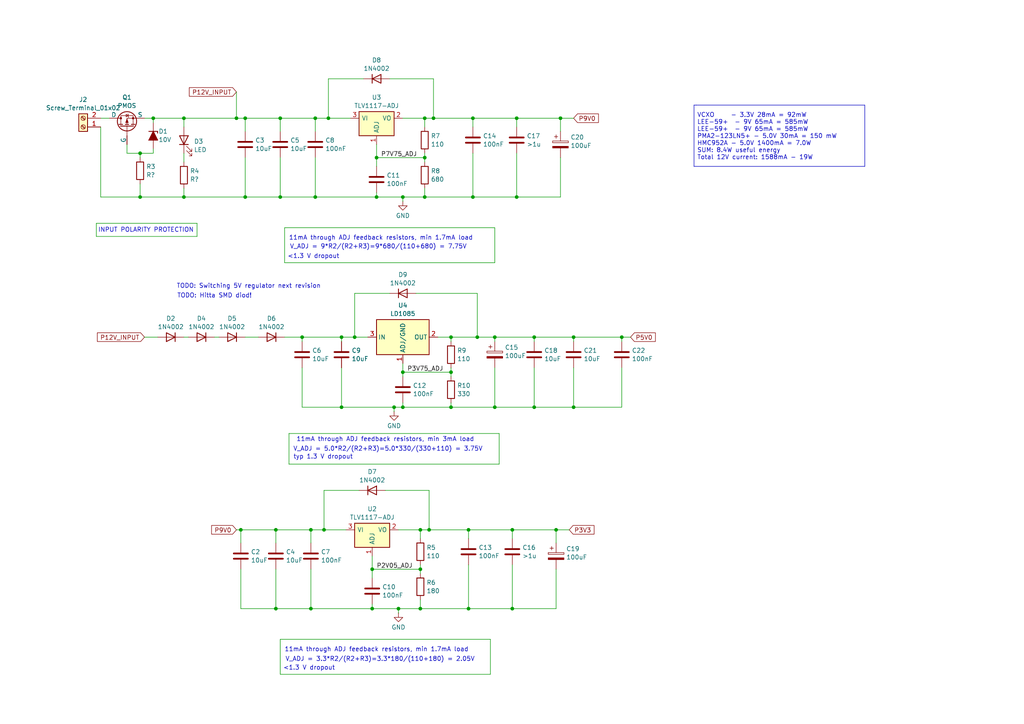
<source format=kicad_sch>
(kicad_sch (version 20231120) (generator "eeschema") (generator_version "8.0")
  (paper "A4")
  (lib_symbols
    (symbol "Connector:Screw_Terminal_01x02" (pin_names (offset 1.016) hide)
      (property "Reference" "J" (at 0 2.54 0))
      (property "Value" "Screw_Terminal_01x02" (at 0 -5.08 0))
      (symbol "Screw_Terminal_01x02_1_1"
        (rectangle (start -1.27 1.27) (end 1.27 -3.81) (stroke (width 0.254)) (fill (type background)))
        (circle (center 0 -2.54) (radius 0.635) (stroke (width 0.1524)))
        (polyline (pts (xy -0.5334 -2.2098) (xy 0.3302 -3.048)) (stroke (width 0.1524)))
        (polyline (pts (xy -0.5334 0.3302) (xy 0.3302 -0.508)) (stroke (width 0.1524)))
        (polyline (pts (xy -0.3556 -2.032) (xy 0.508 -2.8702)) (stroke (width 0.1524)))
        (polyline (pts (xy -0.3556 0.508) (xy 0.508 -0.3302)) (stroke (width 0.1524)))
        (circle (center 0 0) (radius 0.635) (stroke (width 0.1524)))
        (pin passive line (at -5.08 0 0) (length 3.81) (name "Pin_1") (number "1"))
        (pin passive line (at -5.08 -2.54 0) (length 3.81) (name "Pin_2") (number "2"))
      )
    )
    (symbol "Device:C" (pin_numbers hide) (pin_names (offset 0.254))
      (property "Reference" "C" (at 0.635 2.54 0))
      (property "Value" "C" (at 0.635 -2.54 0))
      (symbol "C_0_1"
        (polyline (pts (xy -2.032 -0.762) (xy 2.032 -0.762)) (stroke (width 0.508)))
        (polyline (pts (xy -2.032 0.762) (xy 2.032 0.762)) (stroke (width 0.508)))
      )
      (symbol "C_1_1"
        (pin passive line (at 0 3.81 270) (length 2.794) (name "~") (number "1"))
        (pin passive line (at 0 -3.81 90) (length 2.794) (name "~") (number "2"))
      )
    )
    (symbol "Device:C_Polarized" (pin_numbers hide) (pin_names (offset 0.254))
      (property "Reference" "C" (at 0.635 2.54 0))
      (property "Value" "C_Polarized" (at 0.635 -2.54 0))
      (symbol "C_Polarized_0_1"
        (rectangle (start -2.286 0.508) (end 2.286 1.016))
        (polyline (pts (xy -1.778 2.286) (xy -0.762 2.286)))
        (polyline (pts (xy -1.27 2.794) (xy -1.27 1.778)))
        (rectangle (start 2.286 -0.508) (end -2.286 -1.016) (fill (type outline)))
      )
      (symbol "C_Polarized_1_1"
        (pin passive line (at 0 3.81 270) (length 2.794) (name "~") (number "1"))
        (pin passive line (at 0 -3.81 90) (length 2.794) (name "~") (number "2"))
      )
    )
    (symbol "Device:D_Zener_Filled" (pin_numbers hide) (pin_names (offset 1.016) hide)
      (property "Reference" "D" (at 0 2.54 0))
      (property "Value" "D_Zener_Filled" (at 0 -2.54 0))
      (symbol "D_Zener_Filled_0_1"
        (polyline (pts (xy 1.27 0) (xy -1.27 0)))
        (polyline (pts (xy -1.27 -1.27) (xy -1.27 1.27) (xy -0.762 1.27)) (stroke (width 0.254)))
        (polyline (pts (xy 1.27 -1.27) (xy 1.27 1.27) (xy -1.27 0) (xy 1.27 -1.27)) (stroke (width 0.254)) (fill (type outline)))
      )
      (symbol "D_Zener_Filled_1_1"
        (pin passive line (at -3.81 0 0) (length 2.54) (name "K") (number "1"))
        (pin passive line (at 3.81 0 180) (length 2.54) (name "A") (number "2"))
      )
    )
    (symbol "Device:LED" (pin_numbers hide) (pin_names (offset 1.016) hide)
      (property "Reference" "D" (at 0 2.54 0))
      (property "Value" "LED" (at 0 -2.54 0))
      (symbol "LED_0_1"
        (polyline (pts (xy -1.27 -1.27) (xy -1.27 1.27)) (stroke (width 0.254)))
        (polyline (pts (xy -1.27 0) (xy 1.27 0)))
        (polyline (pts (xy 1.27 -1.27) (xy 1.27 1.27) (xy -1.27 0) (xy 1.27 -1.27)) (stroke (width 0.254)))
        (polyline (pts (xy -3.048 -0.762) (xy -4.572 -2.286) (xy -3.81 -2.286) (xy -4.572 -2.286) (xy -4.572 -1.524)))
        (polyline (pts (xy -1.778 -0.762) (xy -3.302 -2.286) (xy -2.54 -2.286) (xy -3.302 -2.286) (xy -3.302 -1.524)))
      )
      (symbol "LED_1_1"
        (pin passive line (at -3.81 0 0) (length 2.54) (name "K") (number "1"))
        (pin passive line (at 3.81 0 180) (length 2.54) (name "A") (number "2"))
      )
    )
    (symbol "Device:R" (pin_numbers hide) (pin_names (offset 0))
      (property "Reference" "R" (at 2.032 0 90))
      (property "Value" "R" (at 0 0 90))
      (symbol "R_0_1"
        (rectangle (start -1.016 -2.54) (end 1.016 2.54) (stroke (width 0.254)))
      )
      (symbol "R_1_1"
        (pin passive line (at 0 3.81 270) (length 1.27) (name "~") (number "1"))
        (pin passive line (at 0 -3.81 90) (length 1.27) (name "~") (number "2"))
      )
    )
    (symbol "Diode:1N4002" (pin_numbers hide) (pin_names hide)
      (property "Reference" "D" (at 0 2.54 0))
      (property "Value" "1N4002" (at 0 -2.54 0))
      (symbol "1N4002_0_1"
        (polyline (pts (xy -1.27 1.27) (xy -1.27 -1.27)) (stroke (width 0.254)))
        (polyline (pts (xy 1.27 0) (xy -1.27 0)))
        (polyline (pts (xy 1.27 1.27) (xy 1.27 -1.27) (xy -1.27 0) (xy 1.27 1.27)) (stroke (width 0.254)))
      )
      (symbol "1N4002_1_1"
        (pin passive line (at -3.81 0 0) (length 2.54) (name "K") (number "1"))
        (pin passive line (at 3.81 0 180) (length 2.54) (name "A") (number "2"))
      )
    )
    (symbol "Regulator_Linear:LD1086DT50TR"
      (property "Reference" "U" (at 0 10.16 0))
      (property "Value" "LD1086DT50TR" (at 0 7.62 0))
      (symbol "LD1086DT50TR_1_1"
        (rectangle (start -7.62 -5.08) (end 7.62 5.08) (stroke (width 0.254)) (fill (type background)))
        (pin input line (at 0 -7.62 90) (length 2.54) (name "ADJ/GND") (number "1"))
        (pin power_out line (at 10.16 0 180) (length 2.54) (name "OUT") (number "2"))
        (pin power_in line (at -10.16 0 0) (length 2.54) (name "IN") (number "3"))
      )
    )
    (symbol "Regulator_Linear:TLV1117-ADJ" (pin_names (offset 0.762))
      (property "Reference" "U" (at -3.81 3.175 0))
      (property "Value" "TLV1117-ADJ" (at 0 3.175 0))
      (symbol "TLV1117-ADJ_0_1"
        (rectangle (start -5.08 -5.08) (end 5.08 1.905) (stroke (width 0.254)) (fill (type background)))
      )
      (symbol "TLV1117-ADJ_1_1"
        (pin input line (at 0 -7.62 90) (length 2.54) (name "ADJ") (number "1"))
        (pin power_out line (at 7.62 0 180) (length 2.54) (name "VO") (number "2"))
        (pin power_in line (at -7.62 0 0) (length 2.54) (name "VI") (number "3"))
      )
    )
    (symbol "Simulation_SPICE:PMOS" (pin_numbers hide) (pin_names (offset 0))
      (property "Reference" "Q" (at 5.08 1.27 0))
      (property "Value" "PMOS" (at 5.08 -1.27 0))
      (symbol "PMOS_0_1"
        (polyline (pts (xy 0.254 0) (xy -2.54 0)))
        (polyline (pts (xy 0.254 1.905) (xy 0.254 -1.905)) (stroke (width 0.254)))
        (polyline (pts (xy 0.762 -1.27) (xy 0.762 -2.286)) (stroke (width 0.254)))
        (polyline (pts (xy 0.762 0.508) (xy 0.762 -0.508)) (stroke (width 0.254)))
        (polyline (pts (xy 0.762 2.286) (xy 0.762 1.27)) (stroke (width 0.254)))
        (polyline (pts (xy 2.54 2.54) (xy 2.54 1.778)))
        (polyline (pts (xy 2.54 -2.54) (xy 2.54 0) (xy 0.762 0)))
        (polyline (pts (xy 0.762 1.778) (xy 3.302 1.778) (xy 3.302 -1.778) (xy 0.762 -1.778)))
        (polyline (pts (xy 2.286 0) (xy 1.27 0.381) (xy 1.27 -0.381) (xy 2.286 0)) (fill (type outline)))
        (polyline (pts (xy 2.794 -0.508) (xy 2.921 -0.381) (xy 3.683 -0.381) (xy 3.81 -0.254)))
        (polyline (pts (xy 3.302 -0.381) (xy 2.921 0.254) (xy 3.683 0.254) (xy 3.302 -0.381)))
        (circle (center 1.651 0) (radius 2.794) (stroke (width 0.254)))
        (circle (center 2.54 -1.778) (radius 0.254) (fill (type outline)))
        (circle (center 2.54 1.778) (radius 0.254) (fill (type outline)))
      )
      (symbol "PMOS_1_1"
        (pin passive line (at 2.54 5.08 270) (length 2.54) (name "D") (number "1"))
        (pin input line (at -5.08 0 0) (length 2.54) (name "G") (number "2"))
        (pin passive line (at 2.54 -5.08 90) (length 2.54) (name "S") (number "3"))
      )
    )
    (symbol "power:GND" (power) (pin_numbers hide) (pin_names (offset 0) hide)
      (property "Value" "GND" (at 0 -3.81 0))
      (symbol "GND_0_1"
        (polyline (pts (xy 0 0) (xy 0 -1.27) (xy 1.27 -1.27) (xy 0 -2.54) (xy -1.27 -1.27) (xy 0 -1.27)))
      )
      (symbol "GND_1_1"
        (pin power_in line (at 0 0 270) (length 0) (name "~") (number "1"))
      )
    )
  )
  (junction (at 121.92 165.1))
  (junction (at 143.51 118.11))
  (junction (at 44.45 34.29))
  (junction (at 109.22 45.72))
  (junction (at 161.29 153.67))
  (junction (at 130.81 97.79))
  (junction (at 93.98 153.67))
  (junction (at 69.85 153.67))
  (junction (at 123.19 57.15))
  (junction (at 124.46 153.67))
  (junction (at 180.34 97.79))
  (junction (at 130.81 118.11))
  (junction (at 116.84 57.15))
  (junction (at 148.59 153.67))
  (junction (at 109.22 57.15))
  (junction (at 135.89 153.67))
  (junction (at 149.86 57.15))
  (junction (at 80.01 153.67))
  (junction (at 166.37 97.79))
  (junction (at 53.34 34.29))
  (junction (at 91.44 57.15))
  (junction (at 114.3 118.11))
  (junction (at 40.64 57.15))
  (junction (at 40.64 44.45))
  (junction (at 90.17 176.53))
  (junction (at 130.81 107.95))
  (junction (at 90.17 153.67))
  (junction (at 154.94 118.11))
  (junction (at 53.34 57.15))
  (junction (at 87.63 97.79))
  (junction (at 107.95 176.53))
  (junction (at 116.84 107.95))
  (junction (at 99.06 97.79))
  (junction (at 149.86 34.29))
  (junction (at 99.06 118.11))
  (junction (at 154.94 97.79))
  (junction (at 107.95 165.1))
  (junction (at 143.51 97.79))
  (junction (at 115.57 176.53))
  (junction (at 95.25 34.29))
  (junction (at 102.87 97.79))
  (junction (at 81.28 57.15))
  (junction (at 121.92 153.67))
  (junction (at 166.37 118.11))
  (junction (at 135.89 176.53))
  (junction (at 91.44 34.29))
  (junction (at 80.01 176.53))
  (junction (at 123.19 34.29))
  (junction (at 116.84 118.11))
  (junction (at 123.19 45.72))
  (junction (at 148.59 176.53))
  (junction (at 81.28 34.29))
  (junction (at 138.43 97.79))
  (junction (at 68.58 34.29))
  (junction (at 162.56 34.29))
  (junction (at 121.92 176.53))
  (junction (at 137.16 57.15))
  (junction (at 125.73 34.29))
  (junction (at 71.12 57.15))
  (junction (at 137.16 34.29))
  (junction (at 71.12 34.29))
  (wire (pts (xy 29.21 36.83) (xy 29.21 57.15)))
  (wire (pts (xy 93.98 142.24) (xy 104.14 142.24)))
  (wire (pts (xy 107.95 161.29) (xy 107.95 165.1)))
  (wire (pts (xy 123.19 36.83) (xy 123.19 34.29)))
  (wire (pts (xy 116.84 107.95) (xy 130.81 107.95)))
  (wire (pts (xy 82.55 66.04) (xy 143.51 66.04)))
  (wire (pts (xy 68.58 26.67) (xy 68.58 34.29)))
  (wire (pts (xy 53.34 34.29) (xy 68.58 34.29)))
  (wire (pts (xy 144.78 125.73) (xy 144.78 134.62)))
  (wire (pts (xy 99.06 106.68) (xy 99.06 118.11)))
  (wire (pts (xy 127 97.79) (xy 130.81 97.79)))
  (wire (pts (xy 68.58 153.67) (xy 69.85 153.67)))
  (wire (pts (xy 154.94 97.79) (xy 154.94 99.06)))
  (wire (pts (xy 114.3 118.11) (xy 114.3 119.38)))
  (wire (pts (xy 107.95 176.53) (xy 115.57 176.53)))
  (wire (pts (xy 180.34 97.79) (xy 182.88 97.79)))
  (wire (pts (xy 90.17 165.1) (xy 90.17 176.53)))
  (polyline (pts (xy 201.295 30.48) (xy 201.93 30.48)))
  (wire (pts (xy 53.34 97.79) (xy 54.61 97.79)))
  (wire (pts (xy 109.22 55.88) (xy 109.22 57.15)))
  (wire (pts (xy 68.58 34.29) (xy 71.12 34.29)))
  (wire (pts (xy 116.84 57.15) (xy 116.84 58.42)))
  (wire (pts (xy 109.22 45.72) (xy 123.19 45.72)))
  (wire (pts (xy 57.15 68.58) (xy 27.94 68.58)))
  (wire (pts (xy 135.89 163.83) (xy 135.89 176.53)))
  (wire (pts (xy 93.98 153.67) (xy 100.33 153.67)))
  (wire (pts (xy 148.59 153.67) (xy 148.59 156.21)))
  (wire (pts (xy 99.06 97.79) (xy 102.87 97.79)))
  (wire (pts (xy 36.83 41.91) (xy 36.83 44.45)))
  (wire (pts (xy 80.01 153.67) (xy 90.17 153.67)))
  (wire (pts (xy 69.85 157.48) (xy 69.85 153.67)))
  (wire (pts (xy 162.56 57.15) (xy 149.86 57.15)))
  (wire (pts (xy 121.92 163.83) (xy 121.92 165.1)))
  (wire (pts (xy 53.34 54.61) (xy 53.34 57.15)))
  (wire (pts (xy 143.51 118.11) (xy 154.94 118.11)))
  (wire (pts (xy 143.51 66.04) (xy 143.51 76.2)))
  (wire (pts (xy 69.85 153.67) (xy 80.01 153.67)))
  (wire (pts (xy 130.81 118.11) (xy 143.51 118.11)))
  (wire (pts (xy 91.44 45.72) (xy 91.44 57.15)))
  (wire (pts (xy 121.92 173.99) (xy 121.92 176.53)))
  (wire (pts (xy 36.83 44.45) (xy 40.64 44.45)))
  (wire (pts (xy 154.94 118.11) (xy 166.37 118.11)))
  (wire (pts (xy 53.34 57.15) (xy 71.12 57.15)))
  (wire (pts (xy 138.43 85.09) (xy 120.65 85.09)))
  (wire (pts (xy 109.22 41.91) (xy 109.22 45.72)))
  (wire (pts (xy 116.84 116.84) (xy 116.84 118.11)))
  (wire (pts (xy 130.81 97.79) (xy 138.43 97.79)))
  (wire (pts (xy 40.64 44.45) (xy 40.64 45.72)))
  (wire (pts (xy 124.46 153.67) (xy 124.46 142.24)))
  (wire (pts (xy 180.34 97.79) (xy 180.34 99.06)))
  (wire (pts (xy 137.16 44.45) (xy 137.16 57.15)))
  (wire (pts (xy 138.43 85.09) (xy 138.43 97.79)))
  (wire (pts (xy 53.34 44.45) (xy 53.34 46.99)))
  (wire (pts (xy 148.59 163.83) (xy 148.59 176.53)))
  (wire (pts (xy 143.51 76.2) (xy 82.55 76.2)))
  (wire (pts (xy 125.73 34.29) (xy 125.73 22.86)))
  (wire (pts (xy 90.17 153.67) (xy 93.98 153.67)))
  (wire (pts (xy 125.73 34.29) (xy 137.16 34.29)))
  (wire (pts (xy 44.45 34.29) (xy 53.34 34.29)))
  (wire (pts (xy 87.63 99.06) (xy 87.63 97.79)))
  (wire (pts (xy 71.12 97.79) (xy 74.93 97.79)))
  (wire (pts (xy 148.59 153.67) (xy 161.29 153.67)))
  (polyline (pts (xy 201.295 30.48) (xy 201.295 48.26)))
  (wire (pts (xy 91.44 38.1) (xy 91.44 34.29)))
  (wire (pts (xy 107.95 165.1) (xy 121.92 165.1)))
  (wire (pts (xy 69.85 165.1) (xy 69.85 176.53)))
  (wire (pts (xy 154.94 118.11) (xy 154.94 106.68)))
  (wire (pts (xy 166.37 118.11) (xy 180.34 118.11)))
  (wire (pts (xy 124.46 153.67) (xy 135.89 153.67)))
  (wire (pts (xy 149.86 44.45) (xy 149.86 57.15)))
  (wire (pts (xy 161.29 153.67) (xy 165.1 153.67)))
  (wire (pts (xy 166.37 97.79) (xy 166.37 99.06)))
  (wire (pts (xy 137.16 34.29) (xy 137.16 36.83)))
  (wire (pts (xy 123.19 44.45) (xy 123.19 45.72)))
  (wire (pts (xy 135.89 176.53) (xy 121.92 176.53)))
  (wire (pts (xy 81.28 195.58) (xy 81.28 185.42)))
  (wire (pts (xy 99.06 99.06) (xy 99.06 97.79)))
  (wire (pts (xy 116.84 105.41) (xy 116.84 107.95)))
  (wire (pts (xy 161.29 153.67) (xy 161.29 157.48)))
  (wire (pts (xy 180.34 118.11) (xy 180.34 106.68)))
  (wire (pts (xy 142.24 185.42) (xy 142.24 195.58)))
  (wire (pts (xy 95.25 34.29) (xy 95.25 22.86)))
  (wire (pts (xy 166.37 97.79) (xy 180.34 97.79)))
  (wire (pts (xy 109.22 57.15) (xy 116.84 57.15)))
  (wire (pts (xy 81.28 34.29) (xy 91.44 34.29)))
  (wire (pts (xy 121.92 153.67) (xy 124.46 153.67)))
  (wire (pts (xy 137.16 34.29) (xy 149.86 34.29)))
  (wire (pts (xy 91.44 57.15) (xy 109.22 57.15)))
  (wire (pts (xy 143.51 97.79) (xy 154.94 97.79)))
  (wire (pts (xy 162.56 34.29) (xy 162.56 38.1)))
  (wire (pts (xy 71.12 38.1) (xy 71.12 34.29)))
  (wire (pts (xy 148.59 176.53) (xy 135.89 176.53)))
  (wire (pts (xy 81.28 45.72) (xy 81.28 57.15)))
  (wire (pts (xy 107.95 175.26) (xy 107.95 176.53)))
  (wire (pts (xy 81.28 185.42) (xy 142.24 185.42)))
  (wire (pts (xy 135.89 153.67) (xy 148.59 153.67)))
  (wire (pts (xy 114.3 118.11) (xy 116.84 118.11)))
  (wire (pts (xy 137.16 57.15) (xy 123.19 57.15)))
  (wire (pts (xy 71.12 45.72) (xy 71.12 57.15)))
  (wire (pts (xy 91.44 34.29) (xy 95.25 34.29)))
  (wire (pts (xy 81.28 57.15) (xy 91.44 57.15)))
  (wire (pts (xy 154.94 97.79) (xy 166.37 97.79)))
  (wire (pts (xy 116.84 107.95) (xy 116.84 109.22)))
  (wire (pts (xy 87.63 118.11) (xy 99.06 118.11)))
  (wire (pts (xy 124.46 142.24) (xy 111.76 142.24)))
  (polyline (pts (xy 201.93 30.48) (xy 250.825 30.48)))
  (wire (pts (xy 95.25 34.29) (xy 101.6 34.29)))
  (wire (pts (xy 115.57 153.67) (xy 121.92 153.67)))
  (wire (pts (xy 80.01 165.1) (xy 80.01 176.53)))
  (wire (pts (xy 69.85 176.53) (xy 80.01 176.53)))
  (wire (pts (xy 142.24 195.58) (xy 81.28 195.58)))
  (wire (pts (xy 90.17 176.53) (xy 107.95 176.53)))
  (wire (pts (xy 62.23 97.79) (xy 63.5 97.79)))
  (wire (pts (xy 138.43 97.79) (xy 143.51 97.79)))
  (wire (pts (xy 162.56 34.29) (xy 166.37 34.29)))
  (wire (pts (xy 123.19 45.72) (xy 123.19 46.99)))
  (wire (pts (xy 149.86 57.15) (xy 137.16 57.15)))
  (wire (pts (xy 143.51 106.68) (xy 143.51 118.11)))
  (wire (pts (xy 149.86 34.29) (xy 162.56 34.29)))
  (wire (pts (xy 161.29 176.53) (xy 148.59 176.53)))
  (wire (pts (xy 90.17 157.48) (xy 90.17 153.67)))
  (wire (pts (xy 53.34 34.29) (xy 53.34 36.83)))
  (wire (pts (xy 44.45 44.45) (xy 44.45 43.18)))
  (wire (pts (xy 116.84 118.11) (xy 130.81 118.11)))
  (wire (pts (xy 102.87 85.09) (xy 113.03 85.09)))
  (wire (pts (xy 99.06 118.11) (xy 114.3 118.11)))
  (wire (pts (xy 44.45 35.56) (xy 44.45 34.29)))
  (wire (pts (xy 83.82 134.62) (xy 83.82 125.73)))
  (wire (pts (xy 87.63 106.68) (xy 87.63 118.11)))
  (wire (pts (xy 116.84 34.29) (xy 123.19 34.29)))
  (wire (pts (xy 107.95 165.1) (xy 107.95 167.64)))
  (wire (pts (xy 41.91 97.79) (xy 45.72 97.79)))
  (wire (pts (xy 40.64 57.15) (xy 53.34 57.15)))
  (wire (pts (xy 123.19 54.61) (xy 123.19 57.15)))
  (polyline (pts (xy 201.295 48.26) (xy 250.825 48.26)))
  (wire (pts (xy 121.92 176.53) (xy 115.57 176.53)))
  (wire (pts (xy 81.28 34.29) (xy 81.28 38.1)))
  (wire (pts (xy 57.15 64.77) (xy 57.15 68.58)))
  (wire (pts (xy 123.19 57.15) (xy 116.84 57.15)))
  (wire (pts (xy 102.87 97.79) (xy 102.87 85.09)))
  (wire (pts (xy 82.55 76.2) (xy 82.55 66.04)))
  (wire (pts (xy 121.92 156.21) (xy 121.92 153.67)))
  (wire (pts (xy 71.12 57.15) (xy 81.28 57.15)))
  (wire (pts (xy 162.56 45.72) (xy 162.56 57.15)))
  (wire (pts (xy 27.94 64.77) (xy 27.94 68.58)))
  (wire (pts (xy 130.81 106.68) (xy 130.81 107.95)))
  (wire (pts (xy 109.22 45.72) (xy 109.22 48.26)))
  (wire (pts (xy 121.92 165.1) (xy 121.92 166.37)))
  (wire (pts (xy 135.89 153.67) (xy 135.89 156.21)))
  (wire (pts (xy 130.81 97.79) (xy 130.81 99.06)))
  (wire (pts (xy 29.21 34.29) (xy 31.75 34.29)))
  (wire (pts (xy 166.37 118.11) (xy 166.37 106.68)))
  (wire (pts (xy 80.01 176.53) (xy 90.17 176.53)))
  (polyline (pts (xy 250.825 48.26) (xy 250.825 30.48)))
  (wire (pts (xy 123.19 34.29) (xy 125.73 34.29)))
  (wire (pts (xy 115.57 176.53) (xy 115.57 177.8)))
  (wire (pts (xy 161.29 165.1) (xy 161.29 176.53)))
  (wire (pts (xy 41.91 34.29) (xy 44.45 34.29)))
  (wire (pts (xy 40.64 53.34) (xy 40.64 57.15)))
  (wire (pts (xy 29.21 57.15) (xy 40.64 57.15)))
  (wire (pts (xy 130.81 107.95) (xy 130.81 109.22)))
  (wire (pts (xy 80.01 153.67) (xy 80.01 157.48)))
  (wire (pts (xy 144.78 134.62) (xy 83.82 134.62)))
  (wire (pts (xy 87.63 97.79) (xy 99.06 97.79)))
  (wire (pts (xy 40.64 44.45) (xy 44.45 44.45)))
  (wire (pts (xy 102.87 97.79) (xy 106.68 97.79)))
  (wire (pts (xy 143.51 97.79) (xy 143.51 99.06)))
  (wire (pts (xy 95.25 22.86) (xy 105.41 22.86)))
  (wire (pts (xy 93.98 153.67) (xy 93.98 142.24)))
  (wire (pts (xy 71.12 34.29) (xy 81.28 34.29)))
  (wire (pts (xy 130.81 116.84) (xy 130.81 118.11)))
  (wire (pts (xy 149.86 34.29) (xy 149.86 36.83)))
  (wire (pts (xy 83.82 125.73) (xy 144.78 125.73)))
  (wire (pts (xy 125.73 22.86) (xy 113.03 22.86)))
  (wire (pts (xy 27.94 64.77) (xy 57.15 64.77)))
  (wire (pts (xy 82.55 97.79) (xy 87.63 97.79)))
  (text "typ 1.3 V dropout" (at 93.726 132.588 0) (effects (font (size 1.27 1.27))))
  (text "<1.3 V dropout" (at 89.662 193.802 0) (effects (font (size 1.27 1.27))))
  (text "11mA through ADJ feedback resistors, min 1.7mA load" (at 109.22 188.468 0) (effects (font (size 1.27 1.27))))
  (text "<1.3 V dropout" (at 90.932 74.422 0) (effects (font (size 1.27 1.27))))
  (text "TODO: Hitta SMD diod!" (at 62.23 85.852 0) (effects (font (size 1.27 1.27))))
  (text "V_ADJ = 9*R2/(R2+R3)=9*680/(110+680) = 7.75V" (at 109.728 71.628 0) (effects (font (size 1.27 1.27))))
  (text "VCXO     - 3.3V 28mA = 92mW\nLEE-59+  - 9V 65mA = 585mW\nLEE-59+  - 9V 65mA = 585mW\nPMA2-123LN5+ - 5.0V 30mA = 150 mW\nHMC952A - 5.0V 1400mA = 7.0W\nSUM: 8.4W useful energy\nTotal 12V current: 1588mA - 19W" (at 202.184 39.624 0) (effects (font (size 1.27 1.27)) (justify left)))
  (text "TODO: Switching 5V regulator next revision" (at 72.136 83.058 0) (effects (font (size 1.27 1.27))))
  (text "INPUT POLARITY PROTECTION" (at 28.448 66.802 0) (effects (font (size 1.27 1.27)) (justify left)))
  (text "11mA through ADJ feedback resistors, min 1.7mA load" (at 110.49 69.088 0) (effects (font (size 1.27 1.27))))
  (text "V_ADJ = 5.0*R2/(R2+R3)=5.0*330/(330+110) = 3.75V" (at 112.522 130.302 0) (effects (font (size 1.27 1.27))))
  (text "V_ADJ = 3.3*R2/(R2+R3)=3.3*180/(110+180) = 2.05V" (at 110.236 191.262 0) (effects (font (size 1.27 1.27))))
  (text "11mA through ADJ feedback resistors, min 3mA load" (at 111.76 127.508 0) (effects (font (size 1.27 1.27))))
  (label "P7V75_ADJ" (at 110.49 45.72 0))
  (label "P3V75_ADJ" (at 118.11 107.95 0))
  (label "P2V05_ADJ" (at 109.22 165.1 0))
  (global_label "P9V0" (shape input) (at 166.37 34.29 0) (property "Intersheetrefs" "${INTERSHEET_REFS}" (effects (hide yes))))
  (global_label "P12V_INPUT" (shape input) (at 68.58 26.67 180) (property "Intersheetrefs" "${INTERSHEET_REFS}" (effects (hide yes))))
  (global_label "P5V0" (shape input) (at 182.88 97.79 0) (property "Intersheetrefs" "${INTERSHEET_REFS}" (effects (hide yes))))
  (global_label "P9V0" (shape input) (at 68.58 153.67 180) (property "Intersheetrefs" "${INTERSHEET_REFS}" (effects (hide yes))))
  (global_label "P12V_INPUT" (shape input) (at 41.91 97.79 180) (property "Intersheetrefs" "${INTERSHEET_REFS}" (effects (hide yes))))
  (global_label "P3V3" (shape input) (at 165.1 153.67 0) (property "Intersheetrefs" "${INTERSHEET_REFS}" (effects (hide yes))))
  (symbol (lib_id "Diode:1N4002") (at 107.95 142.24 0) (unit 1)
    (property "Reference" "D7" (at 107.95 136.8255 0))
    (property "Value" "1N4002" (at 107.95 139.2498 0))
    (property "Footprint" "Diode_THT:D_DO-41_SOD81_P10.16mm_Horizontal" (effects (hide yes)))
    (property "Datasheet" "http://www.vishay.com/docs/88503/1n4001.pdf" (effects (hide yes)))
    (property "Description" "100V 1A General Purpose Rectifier Diode, DO-41" (effects (hide yes)))
    (property "Sim.Device" "D" (effects (hide yes)))
    (property "Sim.Pins" "1=K 2=A" (effects (hide yes)))
  )
  (symbol (lib_id "Diode:1N4002") (at 58.42 97.79 180) (unit 1)
    (property "Reference" "D4" (at 58.42 92.3755 0))
    (property "Value" "1N4002" (at 58.42 94.7998 0))
    (property "Footprint" "Diode_THT:D_DO-41_SOD81_P10.16mm_Horizontal" (effects (hide yes)))
    (property "Datasheet" "http://www.vishay.com/docs/88503/1n4001.pdf" (effects (hide yes)))
    (property "Description" "100V 1A General Purpose Rectifier Diode, DO-41" (effects (hide yes)))
    (property "Sim.Device" "D" (effects (hide yes)))
    (property "Sim.Pins" "1=K 2=A" (effects (hide yes)))
  )
  (symbol (lib_id "Device:C_Polarized") (at 162.56 41.91 0) (unit 1)
    (property "Reference" "C20" (at 165.481 39.8088 0) (effects (justify left)))
    (property "Value" "100uF" (at 165.481 42.2331 0) (effects (justify left)))
    (property "Footprint" "Capacitor_SMD:CP_Elec_5x5.7" (effects (hide yes)))
    (property "Description" "Polarized capacitor" (effects (hide yes)))
  )
  (symbol (lib_id "Device:R") (at 123.19 40.64 180) (unit 1)
    (property "Reference" "R7" (at 124.968 39.4278 0) (effects (justify right)))
    (property "Value" "110" (at 124.968 41.8521 0) (effects (justify right)))
    (property "Footprint" "Resistor_SMD:R_0603_1608Metric_Pad0.98x0.95mm_HandSolder" (effects (hide yes)))
    (property "Description" "Resistor" (effects (hide yes)))
  )
  (symbol (lib_id "Simulation_SPICE:PMOS") (at 36.83 36.83 90) (unit 1)
    (property "Reference" "Q1" (at 36.83 28.2405 90))
    (property "Value" "PMOS" (at 36.83 30.6648 90))
    (property "Datasheet" "https://ngspice.sourceforge.io/docs/ngspice-html-manual/manual.xhtml#cha_MOSFETs" (effects (hide yes)))
    (property "Description" "P-MOSFET transistor, drain/source/gate" (effects (hide yes)))
    (property "Sim.Device" "PMOS" (effects (hide yes)))
    (property "Sim.Type" "VDMOS" (effects (hide yes)))
    (property "Sim.Pins" "1=D 2=G 3=S" (effects (hide yes)))
  )
  (symbol (lib_id "Diode:1N4002") (at 78.74 97.79 180) (unit 1)
    (property "Reference" "D6" (at 78.74 92.3755 0))
    (property "Value" "1N4002" (at 78.74 94.7998 0))
    (property "Footprint" "Diode_THT:D_DO-41_SOD81_P10.16mm_Horizontal" (effects (hide yes)))
    (property "Datasheet" "http://www.vishay.com/docs/88503/1n4001.pdf" (effects (hide yes)))
    (property "Description" "100V 1A General Purpose Rectifier Diode, DO-41" (effects (hide yes)))
    (property "Sim.Device" "D" (effects (hide yes)))
    (property "Sim.Pins" "1=K 2=A" (effects (hide yes)))
  )
  (symbol (lib_id "Device:C") (at 149.86 40.64 180) (unit 1)
    (property "Reference" "C17" (at 152.781 39.4278 0) (effects (justify right)))
    (property "Value" ">1u" (at 152.781 41.8521 0) (effects (justify right)))
    (property "Footprint" "Capacitor_SMD:C_0603_1608Metric_Pad1.08x0.95mm_HandSolder" (effects (hide yes)))
    (property "Description" "Unpolarized capacitor" (effects (hide yes)))
  )
  (symbol (lib_id "Device:R") (at 40.64 49.53 180) (unit 1)
    (property "Reference" "R3" (at 42.418 48.3178 0) (effects (justify right)))
    (property "Value" "R?" (at 42.418 50.7421 0) (effects (justify right)))
    (property "Footprint" "Resistor_SMD:R_0603_1608Metric_Pad0.98x0.95mm_HandSolder" (effects (hide yes)))
    (property "Description" "Resistor" (effects (hide yes)))
  )
  (symbol (lib_id "Device:R") (at 121.92 160.02 180) (unit 1)
    (property "Reference" "R5" (at 123.698 158.8078 0) (effects (justify right)))
    (property "Value" "110" (at 123.698 161.2321 0) (effects (justify right)))
    (property "Footprint" "Resistor_SMD:R_0603_1608Metric_Pad0.98x0.95mm_HandSolder" (effects (hide yes)))
    (property "Description" "Resistor" (effects (hide yes)))
  )
  (symbol (lib_id "Regulator_Linear:TLV1117-ADJ") (at 107.95 153.67 0) (unit 1)
    (property "Reference" "U2" (at 107.95 147.6205 0))
    (property "Value" "TLV1117-ADJ" (at 107.95 150.0448 0))
    (property "Footprint" "Package_TO_SOT_SMD:SOT-223-3_TabPin2" (effects (hide yes)))
    (property "Datasheet" "http://www.ti.com/lit/ds/symlink/tlv1117.pdf" (effects (hide yes)))
    (property "Description" "800mA Low-Dropout Linear Regulator, adjustable output, TO-220/TO-252/TO-263/SOT-223" (effects (hide yes)))
  )
  (symbol (lib_id "Device:C") (at 91.44 41.91 180) (unit 1)
    (property "Reference" "C8" (at 94.361 40.6978 0) (effects (justify right)))
    (property "Value" "100nF" (at 94.361 43.1221 0) (effects (justify right)))
    (property "Footprint" "Capacitor_SMD:C_0603_1608Metric_Pad1.08x0.95mm_HandSolder" (effects (hide yes)))
    (property "Description" "Unpolarized capacitor" (effects (hide yes)))
  )
  (symbol (lib_id "Device:C") (at 69.85 161.29 180) (unit 1)
    (property "Reference" "C2" (at 72.771 160.0778 0) (effects (justify right)))
    (property "Value" "10uF" (at 72.771 162.5021 0) (effects (justify right)))
    (property "Footprint" "Capacitor_SMD:C_0603_1608Metric_Pad1.08x0.95mm_HandSolder" (effects (hide yes)))
    (property "Description" "Unpolarized capacitor" (effects (hide yes)))
  )
  (symbol (lib_id "Connector:Screw_Terminal_01x02") (at 24.13 36.83 180) (unit 1)
    (property "Reference" "J2" (at 24.13 28.8755 0))
    (property "Value" "Screw_Terminal_01x02" (at 24.13 31.2998 0))
    (property "Footprint" "TerminalBlock_Altech:Altech_AK100_1x02_P5.00mm" (effects (hide yes)))
    (property "Description" "Generic screw terminal, single row, 01x02, script generated (kicad-library-utils/schlib/autogen/connector/)" (effects (hide yes)))
  )
  (symbol (lib_id "Device:C") (at 148.59 160.02 180) (unit 1)
    (property "Reference" "C16" (at 151.511 158.8078 0) (effects (justify right)))
    (property "Value" ">1u" (at 151.511 161.2321 0) (effects (justify right)))
    (property "Footprint" "Capacitor_SMD:C_0603_1608Metric_Pad1.08x0.95mm_HandSolder" (effects (hide yes)))
    (property "Description" "Unpolarized capacitor" (effects (hide yes)))
  )
  (symbol (lib_id "power:GND") (at 114.3 119.38 0) (unit 1)
    (property "Reference" "#PWR05" (effects (hide yes)))
    (property "Value" "GND" (at 114.3 123.5131 0))
    (property "Description" "Power symbol creates a global label with name \"GND\" , ground" (effects (hide yes)))
  )
  (symbol (lib_id "Device:R") (at 123.19 50.8 180) (unit 1)
    (property "Reference" "R8" (at 124.968 49.5878 0) (effects (justify right)))
    (property "Value" "680" (at 124.968 52.0121 0) (effects (justify right)))
    (property "Footprint" "Resistor_SMD:R_0603_1608Metric_Pad0.98x0.95mm_HandSolder" (effects (hide yes)))
    (property "Description" "Resistor" (effects (hide yes)))
  )
  (symbol (lib_id "power:GND") (at 115.57 177.8 0) (unit 1)
    (property "Reference" "#PWR06" (effects (hide yes)))
    (property "Value" "GND" (at 115.57 181.9331 0))
    (property "Description" "Power symbol creates a global label with name \"GND\" , ground" (effects (hide yes)))
  )
  (symbol (lib_id "Device:R") (at 130.81 102.87 180) (unit 1)
    (property "Reference" "R9" (at 132.588 101.6578 0) (effects (justify right)))
    (property "Value" "110" (at 132.588 104.0821 0) (effects (justify right)))
    (property "Footprint" "Resistor_SMD:R_0603_1608Metric_Pad0.98x0.95mm_HandSolder" (effects (hide yes)))
    (property "Description" "Resistor" (effects (hide yes)))
  )
  (symbol (lib_id "Device:R") (at 130.81 113.03 180) (unit 1)
    (property "Reference" "R10" (at 132.588 111.8178 0) (effects (justify right)))
    (property "Value" "330" (at 132.588 114.2421 0) (effects (justify right)))
    (property "Footprint" "Resistor_SMD:R_0603_1608Metric_Pad0.98x0.95mm_HandSolder" (effects (hide yes)))
    (property "Description" "Resistor" (effects (hide yes)))
  )
  (symbol (lib_id "Device:C") (at 135.89 160.02 180) (unit 1)
    (property "Reference" "C13" (at 138.811 158.8078 0) (effects (justify right)))
    (property "Value" "100nF" (at 138.811 161.2321 0) (effects (justify right)))
    (property "Footprint" "Capacitor_SMD:C_0603_1608Metric_Pad1.08x0.95mm_HandSolder" (effects (hide yes)))
    (property "Description" "Unpolarized capacitor" (effects (hide yes)))
  )
  (symbol (lib_id "Diode:1N4002") (at 116.84 85.09 0) (unit 1)
    (property "Reference" "D9" (at 116.84 79.6755 0))
    (property "Value" "1N4002" (at 116.84 82.0998 0))
    (property "Footprint" "Diode_THT:D_DO-41_SOD81_P10.16mm_Horizontal" (effects (hide yes)))
    (property "Datasheet" "http://www.vishay.com/docs/88503/1n4001.pdf" (effects (hide yes)))
    (property "Description" "100V 1A General Purpose Rectifier Diode, DO-41" (effects (hide yes)))
    (property "Sim.Device" "D" (effects (hide yes)))
    (property "Sim.Pins" "1=K 2=A" (effects (hide yes)))
  )
  (symbol (lib_id "Device:C") (at 81.28 41.91 180) (unit 1)
    (property "Reference" "C5" (at 84.201 40.6978 0) (effects (justify right)))
    (property "Value" "10uF" (at 84.201 43.1221 0) (effects (justify right)))
    (property "Footprint" "Capacitor_SMD:C_0603_1608Metric_Pad1.08x0.95mm_HandSolder" (effects (hide yes)))
    (property "Description" "Unpolarized capacitor" (effects (hide yes)))
  )
  (symbol (lib_id "Diode:1N4002") (at 49.53 97.79 180) (unit 1)
    (property "Reference" "D2" (at 49.53 92.3755 0))
    (property "Value" "1N4002" (at 49.53 94.7998 0))
    (property "Footprint" "Diode_THT:D_DO-41_SOD81_P10.16mm_Horizontal" (effects (hide yes)))
    (property "Datasheet" "http://www.vishay.com/docs/88503/1n4001.pdf" (effects (hide yes)))
    (property "Description" "100V 1A General Purpose Rectifier Diode, DO-41" (effects (hide yes)))
    (property "Sim.Device" "D" (effects (hide yes)))
    (property "Sim.Pins" "1=K 2=A" (effects (hide yes)))
  )
  (symbol (lib_id "Diode:1N4002") (at 67.31 97.79 180) (unit 1)
    (property "Reference" "D5" (at 67.31 92.3755 0))
    (property "Value" "1N4002" (at 67.31 94.7998 0))
    (property "Footprint" "Diode_THT:D_DO-41_SOD81_P10.16mm_Horizontal" (effects (hide yes)))
    (property "Datasheet" "http://www.vishay.com/docs/88503/1n4001.pdf" (effects (hide yes)))
    (property "Description" "100V 1A General Purpose Rectifier Diode, DO-41" (effects (hide yes)))
    (property "Sim.Device" "D" (effects (hide yes)))
    (property "Sim.Pins" "1=K 2=A" (effects (hide yes)))
  )
  (symbol (lib_id "Device:C_Polarized") (at 143.51 102.87 0) (unit 1)
    (property "Reference" "C15" (at 146.431 100.7688 0) (effects (justify left)))
    (property "Value" "100uF" (at 146.431 103.1931 0) (effects (justify left)))
    (property "Footprint" "Capacitor_SMD:CP_Elec_5x5.7" (effects (hide yes)))
    (property "Description" "Polarized capacitor" (effects (hide yes)))
  )
  (symbol (lib_id "Device:C") (at 80.01 161.29 180) (unit 1)
    (property "Reference" "C4" (at 82.931 160.0778 0) (effects (justify right)))
    (property "Value" "10uF" (at 82.931 162.5021 0) (effects (justify right)))
    (property "Footprint" "Capacitor_SMD:C_0603_1608Metric_Pad1.08x0.95mm_HandSolder" (effects (hide yes)))
    (property "Description" "Unpolarized capacitor" (effects (hide yes)))
  )
  (symbol (lib_id "Device:C") (at 180.34 102.87 180) (unit 1)
    (property "Reference" "C22" (at 183.261 101.6578 0) (effects (justify right)))
    (property "Value" "100nF" (at 183.261 104.0821 0) (effects (justify right)))
    (property "Footprint" "Capacitor_SMD:C_0603_1608Metric_Pad1.08x0.95mm_HandSolder" (effects (hide yes)))
    (property "Description" "Unpolarized capacitor" (effects (hide yes)))
  )
  (symbol (lib_id "Device:C") (at 99.06 102.87 180) (unit 1)
    (property "Reference" "C9" (at 101.981 101.6578 0) (effects (justify right)))
    (property "Value" "10uF" (at 101.981 104.0821 0) (effects (justify right)))
    (property "Footprint" "Capacitor_SMD:C_0603_1608Metric_Pad1.08x0.95mm_HandSolder" (effects (hide yes)))
    (property "Description" "Unpolarized capacitor" (effects (hide yes)))
  )
  (symbol (lib_id "Device:D_Zener_Filled") (at 44.45 39.37 270) (unit 1)
    (property "Reference" "D1" (at 45.974 38.1 90) (effects (justify left)))
    (property "Value" "10V" (at 45.974 40.5243 90) (effects (justify left)))
    (property "Description" "Zener diode, filled shape" (effects (hide yes)))
  )
  (symbol (lib_id "Regulator_Linear:TLV1117-ADJ") (at 109.22 34.29 0) (unit 1)
    (property "Reference" "U3" (at 109.22 28.2405 0))
    (property "Value" "TLV1117-ADJ" (at 109.22 30.6648 0))
    (property "Footprint" "Package_TO_SOT_SMD:SOT-223-3_TabPin2" (effects (hide yes)))
    (property "Datasheet" "http://www.ti.com/lit/ds/symlink/tlv1117.pdf" (effects (hide yes)))
    (property "Description" "800mA Low-Dropout Linear Regulator, adjustable output, TO-220/TO-252/TO-263/SOT-223" (effects (hide yes)))
  )
  (symbol (lib_id "Device:R") (at 121.92 170.18 180) (unit 1)
    (property "Reference" "R6" (at 123.698 168.9678 0) (effects (justify right)))
    (property "Value" "180" (at 123.698 171.3921 0) (effects (justify right)))
    (property "Footprint" "Resistor_SMD:R_0603_1608Metric_Pad0.98x0.95mm_HandSolder" (effects (hide yes)))
    (property "Description" "Resistor" (effects (hide yes)))
  )
  (symbol (lib_id "Device:C") (at 166.37 102.87 180) (unit 1)
    (property "Reference" "C21" (at 169.291 101.6578 0) (effects (justify right)))
    (property "Value" "10uF" (at 169.291 104.0821 0) (effects (justify right)))
    (property "Footprint" "Capacitor_SMD:C_0603_1608Metric_Pad1.08x0.95mm_HandSolder" (effects (hide yes)))
    (property "Description" "Unpolarized capacitor" (effects (hide yes)))
  )
  (symbol (lib_id "Device:C") (at 90.17 161.29 180) (unit 1)
    (property "Reference" "C7" (at 93.091 160.0778 0) (effects (justify right)))
    (property "Value" "100nF" (at 93.091 162.5021 0) (effects (justify right)))
    (property "Footprint" "Capacitor_SMD:C_0603_1608Metric_Pad1.08x0.95mm_HandSolder" (effects (hide yes)))
    (property "Description" "Unpolarized capacitor" (effects (hide yes)))
  )
  (symbol (lib_id "Diode:1N4002") (at 109.22 22.86 0) (unit 1)
    (property "Reference" "D8" (at 109.22 17.4455 0))
    (property "Value" "1N4002" (at 109.22 19.8698 0))
    (property "Footprint" "Diode_THT:D_DO-41_SOD81_P10.16mm_Horizontal" (effects (hide yes)))
    (property "Datasheet" "http://www.vishay.com/docs/88503/1n4001.pdf" (effects (hide yes)))
    (property "Description" "100V 1A General Purpose Rectifier Diode, DO-41" (effects (hide yes)))
    (property "Sim.Device" "D" (effects (hide yes)))
    (property "Sim.Pins" "1=K 2=A" (effects (hide yes)))
  )
  (symbol (lib_id "Device:C") (at 107.95 171.45 180) (unit 1)
    (property "Reference" "C10" (at 110.871 170.2378 0) (effects (justify right)))
    (property "Value" "100nF" (at 110.871 172.6621 0) (effects (justify right)))
    (property "Footprint" "Capacitor_SMD:C_0603_1608Metric_Pad1.08x0.95mm_HandSolder" (effects (hide yes)))
    (property "Description" "Unpolarized capacitor" (effects (hide yes)))
  )
  (symbol (lib_id "Device:C") (at 137.16 40.64 180) (unit 1)
    (property "Reference" "C14" (at 140.081 39.4278 0) (effects (justify right)))
    (property "Value" "100nF" (at 140.081 41.8521 0) (effects (justify right)))
    (property "Footprint" "Capacitor_SMD:C_0603_1608Metric_Pad1.08x0.95mm_HandSolder" (effects (hide yes)))
    (property "Description" "Unpolarized capacitor" (effects (hide yes)))
  )
  (symbol (lib_id "Device:C") (at 154.94 102.87 180) (unit 1)
    (property "Reference" "C18" (at 157.861 101.6578 0) (effects (justify right)))
    (property "Value" "10uF" (at 157.861 104.0821 0) (effects (justify right)))
    (property "Footprint" "Capacitor_SMD:C_0603_1608Metric_Pad1.08x0.95mm_HandSolder" (effects (hide yes)))
    (property "Description" "Unpolarized capacitor" (effects (hide yes)))
  )
  (symbol (lib_id "Device:R") (at 53.34 50.8 180) (unit 1)
    (property "Reference" "R4" (at 55.118 49.5878 0) (effects (justify right)))
    (property "Value" "R?" (at 55.118 52.0121 0) (effects (justify right)))
    (property "Footprint" "Resistor_SMD:R_0603_1608Metric_Pad0.98x0.95mm_HandSolder" (effects (hide yes)))
    (property "Description" "Resistor" (effects (hide yes)))
  )
  (symbol (lib_id "Regulator_Linear:LD1086DT50TR") (at 116.84 97.79 0) (unit 1)
    (property "Reference" "U4" (at 116.84 88.5655 0))
    (property "Value" "LD1085" (at 116.84 90.9898 0))
    (property "Footprint" "Package_TO_SOT_SMD:TO-252-2" (effects (hide yes)))
    (property "Datasheet" "https://www.mouser.se/datasheet/2/389/ld1085-1849674.pdf" (effects (hide yes)))
    (property "Description" "Positive, 3A 30V, Linear Regulator, Adjustable, TO-252" (effects (hide yes)))
  )
  (symbol (lib_id "Device:C") (at 87.63 102.87 180) (unit 1)
    (property "Reference" "C6" (at 90.551 101.6578 0) (effects (justify right)))
    (property "Value" "10uF" (at 90.551 104.0821 0) (effects (justify right)))
    (property "Footprint" "Capacitor_SMD:C_0603_1608Metric_Pad1.08x0.95mm_HandSolder" (effects (hide yes)))
    (property "Description" "Unpolarized capacitor" (effects (hide yes)))
  )
  (symbol (lib_id "power:GND") (at 116.84 58.42 0) (unit 1)
    (property "Reference" "#PWR07" (effects (hide yes)))
    (property "Value" "GND" (at 116.84 62.5531 0))
    (property "Description" "Power symbol creates a global label with name \"GND\" , ground" (effects (hide yes)))
  )
  (symbol (lib_id "Device:C") (at 71.12 41.91 180) (unit 1)
    (property "Reference" "C3" (at 74.041 40.6978 0) (effects (justify right)))
    (property "Value" "10uF" (at 74.041 43.1221 0) (effects (justify right)))
    (property "Footprint" "Capacitor_SMD:C_0603_1608Metric_Pad1.08x0.95mm_HandSolder" (effects (hide yes)))
    (property "Description" "Unpolarized capacitor" (effects (hide yes)))
  )
  (symbol (lib_id "Device:C") (at 116.84 113.03 180) (unit 1)
    (property "Reference" "C12" (at 119.761 111.8178 0) (effects (justify right)))
    (property "Value" "100nF" (at 119.761 114.2421 0) (effects (justify right)))
    (property "Footprint" "Capacitor_SMD:C_0603_1608Metric_Pad1.08x0.95mm_HandSolder" (effects (hide yes)))
    (property "Description" "Unpolarized capacitor" (effects (hide yes)))
  )
  (symbol (lib_id "Device:C") (at 109.22 52.07 180) (unit 1)
    (property "Reference" "C11" (at 112.141 50.8578 0) (effects (justify right)))
    (property "Value" "100nF" (at 112.141 53.2821 0) (effects (justify right)))
    (property "Footprint" "Capacitor_SMD:C_0603_1608Metric_Pad1.08x0.95mm_HandSolder" (effects (hide yes)))
    (property "Description" "Unpolarized capacitor" (effects (hide yes)))
  )
  (symbol (lib_id "Device:LED") (at 53.34 40.64 90) (unit 1)
    (property "Reference" "D3" (at 56.261 41.0153 90) (effects (justify right)))
    (property "Value" "LED" (at 56.261 43.4396 90) (effects (justify right)))
    (property "Footprint" "LED_THT:LED_D3.0mm_Horizontal_O6.35mm_Z10.0mm" (effects (hide yes)))
    (property "Description" "Light emitting diode" (effects (hide yes)))
  )
  (symbol (lib_id "Device:C_Polarized") (at 161.29 161.29 0) (unit 1)
    (property "Reference" "C19" (at 164.211 159.1888 0) (effects (justify left)))
    (property "Value" "100uF" (at 164.211 161.6131 0) (effects (justify left)))
    (property "Footprint" "Capacitor_SMD:CP_Elec_5x5.7" (effects (hide yes)))
    (property "Description" "Polarized capacitor" (effects (hide yes)))
  )
)
</source>
